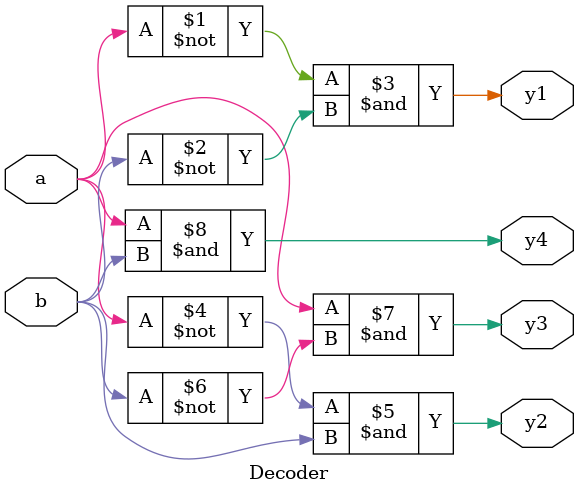
<source format=v>
`timescale 1ns / 1ps
module Decoder(
    input a,b,
    output y1,y2,y3,y4
    );
    assign y1 = ~a&~b;
    assign y2 = ~a&b;
    assign y3 = a&~b;
    assign y4 = a&b;
    
endmodule

   

</source>
